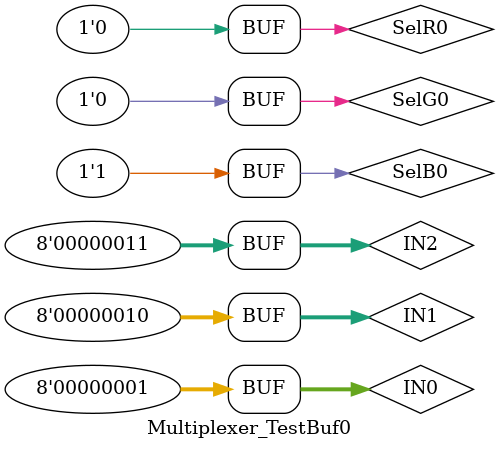
<source format=v>
module Multiplexer_TestBuf0;
wire[7:0] MuxBuf0;
reg[7:0] IN0;
reg[7:0] IN1;
reg[7:0] IN2;
reg SelR0,SelG0,SelB0;
Buf0mux m1(MuxBuf0,SelR0,SelG0,SelB0,IN0,IN1,IN2);
initial
begin
#10
IN0=8'b01;
IN1=8'b10;
IN2=8'b11;
#10
SelR0=1;
SelG0=0;
SelB0=0;
#10
SelR0=0;
SelG0=1;
SelB0=0;
#10
SelR0=0;
SelG0=0;
SelB0=1;
end
endmodule

</source>
